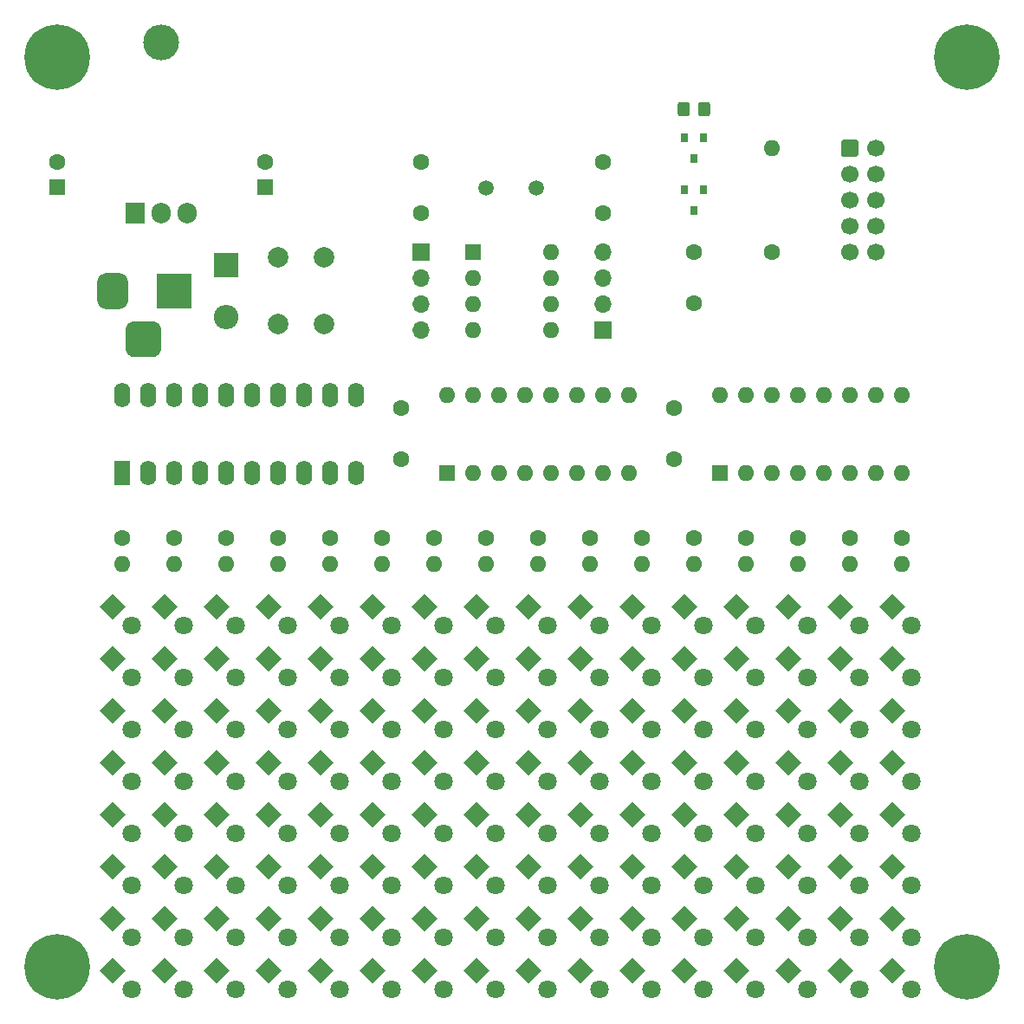
<source format=gbs>
G04 #@! TF.GenerationSoftware,KiCad,Pcbnew,(5.1.9)-1*
G04 #@! TF.CreationDate,2021-04-11T14:42:06+02:00*
G04 #@! TF.ProjectId,at90s2323,61743930-7332-4333-9233-2e6b69636164,V1.0*
G04 #@! TF.SameCoordinates,Original*
G04 #@! TF.FileFunction,Soldermask,Bot*
G04 #@! TF.FilePolarity,Negative*
%FSLAX46Y46*%
G04 Gerber Fmt 4.6, Leading zero omitted, Abs format (unit mm)*
G04 Created by KiCad (PCBNEW (5.1.9)-1) date 2021-04-11 14:42:06*
%MOMM*%
%LPD*%
G01*
G04 APERTURE LIST*
%ADD10R,0.800000X0.900000*%
%ADD11C,1.800000*%
%ADD12C,0.100000*%
%ADD13O,1.600000X1.600000*%
%ADD14C,1.600000*%
%ADD15O,2.400000X2.400000*%
%ADD16R,2.400000X2.400000*%
%ADD17O,1.600000X2.400000*%
%ADD18R,1.600000X2.400000*%
%ADD19R,1.600000X1.600000*%
%ADD20O,1.700000X1.700000*%
%ADD21R,1.700000X1.700000*%
%ADD22C,2.000000*%
%ADD23C,0.800000*%
%ADD24C,6.400000*%
%ADD25C,1.500000*%
%ADD26O,1.905000X2.000000*%
%ADD27R,1.905000X2.000000*%
%ADD28O,3.500000X3.500000*%
%ADD29R,3.500000X3.500000*%
%ADD30C,1.700000*%
G04 APERTURE END LIST*
D10*
X17780000Y29480000D03*
X18730000Y31480000D03*
X16830000Y31480000D03*
G36*
G01*
X17380000Y39820001D02*
X17380000Y38919999D01*
G75*
G02*
X17130001Y38670000I-249999J0D01*
G01*
X16429999Y38670000D01*
G75*
G02*
X16180000Y38919999I0J249999D01*
G01*
X16180000Y39820001D01*
G75*
G02*
X16429999Y40070000I249999J0D01*
G01*
X17130001Y40070000D01*
G75*
G02*
X17380000Y39820001I0J-249999D01*
G01*
G37*
G36*
G01*
X19380000Y39820001D02*
X19380000Y38919999D01*
G75*
G02*
X19130001Y38670000I-249999J0D01*
G01*
X18429999Y38670000D01*
G75*
G02*
X18180000Y38919999I0J249999D01*
G01*
X18180000Y39820001D01*
G75*
G02*
X18429999Y40070000I249999J0D01*
G01*
X19130001Y40070000D01*
G75*
G02*
X19380000Y39820001I0J-249999D01*
G01*
G37*
X17780000Y34560000D03*
X18730000Y36560000D03*
X16830000Y36560000D03*
D11*
X38998026Y-46618026D03*
D12*
G36*
X35929182Y-44821974D02*
G01*
X37201974Y-43549182D01*
X38474766Y-44821974D01*
X37201974Y-46094766D01*
X35929182Y-44821974D01*
G37*
D11*
X33918026Y-46618026D03*
D12*
G36*
X30849182Y-44821974D02*
G01*
X32121974Y-43549182D01*
X33394766Y-44821974D01*
X32121974Y-46094766D01*
X30849182Y-44821974D01*
G37*
D11*
X28838026Y-46618026D03*
D12*
G36*
X25769182Y-44821974D02*
G01*
X27041974Y-43549182D01*
X28314766Y-44821974D01*
X27041974Y-46094766D01*
X25769182Y-44821974D01*
G37*
D11*
X23758026Y-46618026D03*
D12*
G36*
X20689182Y-44821974D02*
G01*
X21961974Y-43549182D01*
X23234766Y-44821974D01*
X21961974Y-46094766D01*
X20689182Y-44821974D01*
G37*
D11*
X18678026Y-46618026D03*
D12*
G36*
X15609182Y-44821974D02*
G01*
X16881974Y-43549182D01*
X18154766Y-44821974D01*
X16881974Y-46094766D01*
X15609182Y-44821974D01*
G37*
D11*
X13598026Y-46618026D03*
D12*
G36*
X10529182Y-44821974D02*
G01*
X11801974Y-43549182D01*
X13074766Y-44821974D01*
X11801974Y-46094766D01*
X10529182Y-44821974D01*
G37*
D11*
X8518026Y-46618026D03*
D12*
G36*
X5449182Y-44821974D02*
G01*
X6721974Y-43549182D01*
X7994766Y-44821974D01*
X6721974Y-46094766D01*
X5449182Y-44821974D01*
G37*
D11*
X3438026Y-46618026D03*
D12*
G36*
X369182Y-44821974D02*
G01*
X1641974Y-43549182D01*
X2914766Y-44821974D01*
X1641974Y-46094766D01*
X369182Y-44821974D01*
G37*
D11*
X-1641974Y-46618026D03*
D12*
G36*
X-4710818Y-44821974D02*
G01*
X-3438026Y-43549182D01*
X-2165234Y-44821974D01*
X-3438026Y-46094766D01*
X-4710818Y-44821974D01*
G37*
D11*
X-6721974Y-46618026D03*
D12*
G36*
X-9790818Y-44821974D02*
G01*
X-8518026Y-43549182D01*
X-7245234Y-44821974D01*
X-8518026Y-46094766D01*
X-9790818Y-44821974D01*
G37*
D11*
X-11801974Y-46618026D03*
D12*
G36*
X-14870818Y-44821974D02*
G01*
X-13598026Y-43549182D01*
X-12325234Y-44821974D01*
X-13598026Y-46094766D01*
X-14870818Y-44821974D01*
G37*
D11*
X-16881974Y-46618026D03*
D12*
G36*
X-19950818Y-44821974D02*
G01*
X-18678026Y-43549182D01*
X-17405234Y-44821974D01*
X-18678026Y-46094766D01*
X-19950818Y-44821974D01*
G37*
D11*
X-21961974Y-46618026D03*
D12*
G36*
X-25030818Y-44821974D02*
G01*
X-23758026Y-43549182D01*
X-22485234Y-44821974D01*
X-23758026Y-46094766D01*
X-25030818Y-44821974D01*
G37*
D11*
X-27041974Y-46618026D03*
D12*
G36*
X-30110818Y-44821974D02*
G01*
X-28838026Y-43549182D01*
X-27565234Y-44821974D01*
X-28838026Y-46094766D01*
X-30110818Y-44821974D01*
G37*
D11*
X-32121974Y-46618026D03*
D12*
G36*
X-35190818Y-44821974D02*
G01*
X-33918026Y-43549182D01*
X-32645234Y-44821974D01*
X-33918026Y-46094766D01*
X-35190818Y-44821974D01*
G37*
D11*
X-37201974Y-46618026D03*
D12*
G36*
X-40270818Y-44821974D02*
G01*
X-38998026Y-43549182D01*
X-37725234Y-44821974D01*
X-38998026Y-46094766D01*
X-40270818Y-44821974D01*
G37*
D11*
X38998026Y-41538026D03*
D12*
G36*
X35929182Y-39741974D02*
G01*
X37201974Y-38469182D01*
X38474766Y-39741974D01*
X37201974Y-41014766D01*
X35929182Y-39741974D01*
G37*
D11*
X33918026Y-41538026D03*
D12*
G36*
X30849182Y-39741974D02*
G01*
X32121974Y-38469182D01*
X33394766Y-39741974D01*
X32121974Y-41014766D01*
X30849182Y-39741974D01*
G37*
D11*
X28838026Y-41538026D03*
D12*
G36*
X25769182Y-39741974D02*
G01*
X27041974Y-38469182D01*
X28314766Y-39741974D01*
X27041974Y-41014766D01*
X25769182Y-39741974D01*
G37*
D11*
X23758026Y-41538026D03*
D12*
G36*
X20689182Y-39741974D02*
G01*
X21961974Y-38469182D01*
X23234766Y-39741974D01*
X21961974Y-41014766D01*
X20689182Y-39741974D01*
G37*
D11*
X18678026Y-41538026D03*
D12*
G36*
X15609182Y-39741974D02*
G01*
X16881974Y-38469182D01*
X18154766Y-39741974D01*
X16881974Y-41014766D01*
X15609182Y-39741974D01*
G37*
D11*
X13598026Y-41538026D03*
D12*
G36*
X10529182Y-39741974D02*
G01*
X11801974Y-38469182D01*
X13074766Y-39741974D01*
X11801974Y-41014766D01*
X10529182Y-39741974D01*
G37*
D11*
X8518026Y-41538026D03*
D12*
G36*
X5449182Y-39741974D02*
G01*
X6721974Y-38469182D01*
X7994766Y-39741974D01*
X6721974Y-41014766D01*
X5449182Y-39741974D01*
G37*
D11*
X3438026Y-41538026D03*
D12*
G36*
X369182Y-39741974D02*
G01*
X1641974Y-38469182D01*
X2914766Y-39741974D01*
X1641974Y-41014766D01*
X369182Y-39741974D01*
G37*
D11*
X-1641974Y-41538026D03*
D12*
G36*
X-4710818Y-39741974D02*
G01*
X-3438026Y-38469182D01*
X-2165234Y-39741974D01*
X-3438026Y-41014766D01*
X-4710818Y-39741974D01*
G37*
D11*
X-6721974Y-41538026D03*
D12*
G36*
X-9790818Y-39741974D02*
G01*
X-8518026Y-38469182D01*
X-7245234Y-39741974D01*
X-8518026Y-41014766D01*
X-9790818Y-39741974D01*
G37*
D11*
X-11801974Y-41538026D03*
D12*
G36*
X-14870818Y-39741974D02*
G01*
X-13598026Y-38469182D01*
X-12325234Y-39741974D01*
X-13598026Y-41014766D01*
X-14870818Y-39741974D01*
G37*
D11*
X-16881974Y-41538026D03*
D12*
G36*
X-19950818Y-39741974D02*
G01*
X-18678026Y-38469182D01*
X-17405234Y-39741974D01*
X-18678026Y-41014766D01*
X-19950818Y-39741974D01*
G37*
D11*
X-21961974Y-41538026D03*
D12*
G36*
X-25030818Y-39741974D02*
G01*
X-23758026Y-38469182D01*
X-22485234Y-39741974D01*
X-23758026Y-41014766D01*
X-25030818Y-39741974D01*
G37*
D11*
X-27041974Y-41538026D03*
D12*
G36*
X-30110818Y-39741974D02*
G01*
X-28838026Y-38469182D01*
X-27565234Y-39741974D01*
X-28838026Y-41014766D01*
X-30110818Y-39741974D01*
G37*
D11*
X-32121974Y-41538026D03*
D12*
G36*
X-35190818Y-39741974D02*
G01*
X-33918026Y-38469182D01*
X-32645234Y-39741974D01*
X-33918026Y-41014766D01*
X-35190818Y-39741974D01*
G37*
D11*
X-37201974Y-41538026D03*
D12*
G36*
X-40270818Y-39741974D02*
G01*
X-38998026Y-38469182D01*
X-37725234Y-39741974D01*
X-38998026Y-41014766D01*
X-40270818Y-39741974D01*
G37*
D11*
X38998026Y-36458026D03*
D12*
G36*
X35929182Y-34661974D02*
G01*
X37201974Y-33389182D01*
X38474766Y-34661974D01*
X37201974Y-35934766D01*
X35929182Y-34661974D01*
G37*
D11*
X33918026Y-36458026D03*
D12*
G36*
X30849182Y-34661974D02*
G01*
X32121974Y-33389182D01*
X33394766Y-34661974D01*
X32121974Y-35934766D01*
X30849182Y-34661974D01*
G37*
D11*
X28838026Y-36458026D03*
D12*
G36*
X25769182Y-34661974D02*
G01*
X27041974Y-33389182D01*
X28314766Y-34661974D01*
X27041974Y-35934766D01*
X25769182Y-34661974D01*
G37*
D11*
X23758026Y-36458026D03*
D12*
G36*
X20689182Y-34661974D02*
G01*
X21961974Y-33389182D01*
X23234766Y-34661974D01*
X21961974Y-35934766D01*
X20689182Y-34661974D01*
G37*
D11*
X18678026Y-36458026D03*
D12*
G36*
X15609182Y-34661974D02*
G01*
X16881974Y-33389182D01*
X18154766Y-34661974D01*
X16881974Y-35934766D01*
X15609182Y-34661974D01*
G37*
D11*
X13598026Y-36458026D03*
D12*
G36*
X10529182Y-34661974D02*
G01*
X11801974Y-33389182D01*
X13074766Y-34661974D01*
X11801974Y-35934766D01*
X10529182Y-34661974D01*
G37*
D11*
X8518026Y-36458026D03*
D12*
G36*
X5449182Y-34661974D02*
G01*
X6721974Y-33389182D01*
X7994766Y-34661974D01*
X6721974Y-35934766D01*
X5449182Y-34661974D01*
G37*
D11*
X3438026Y-36458026D03*
D12*
G36*
X369182Y-34661974D02*
G01*
X1641974Y-33389182D01*
X2914766Y-34661974D01*
X1641974Y-35934766D01*
X369182Y-34661974D01*
G37*
D11*
X-1641974Y-36458026D03*
D12*
G36*
X-4710818Y-34661974D02*
G01*
X-3438026Y-33389182D01*
X-2165234Y-34661974D01*
X-3438026Y-35934766D01*
X-4710818Y-34661974D01*
G37*
D11*
X-6721974Y-36458026D03*
D12*
G36*
X-9790818Y-34661974D02*
G01*
X-8518026Y-33389182D01*
X-7245234Y-34661974D01*
X-8518026Y-35934766D01*
X-9790818Y-34661974D01*
G37*
D11*
X-11801974Y-36458026D03*
D12*
G36*
X-14870818Y-34661974D02*
G01*
X-13598026Y-33389182D01*
X-12325234Y-34661974D01*
X-13598026Y-35934766D01*
X-14870818Y-34661974D01*
G37*
D11*
X-16881974Y-36458026D03*
D12*
G36*
X-19950818Y-34661974D02*
G01*
X-18678026Y-33389182D01*
X-17405234Y-34661974D01*
X-18678026Y-35934766D01*
X-19950818Y-34661974D01*
G37*
D11*
X-21961974Y-36458026D03*
D12*
G36*
X-25030818Y-34661974D02*
G01*
X-23758026Y-33389182D01*
X-22485234Y-34661974D01*
X-23758026Y-35934766D01*
X-25030818Y-34661974D01*
G37*
D11*
X-27041974Y-36458026D03*
D12*
G36*
X-30110818Y-34661974D02*
G01*
X-28838026Y-33389182D01*
X-27565234Y-34661974D01*
X-28838026Y-35934766D01*
X-30110818Y-34661974D01*
G37*
D11*
X-32121974Y-36458026D03*
D12*
G36*
X-35190818Y-34661974D02*
G01*
X-33918026Y-33389182D01*
X-32645234Y-34661974D01*
X-33918026Y-35934766D01*
X-35190818Y-34661974D01*
G37*
D11*
X-37201974Y-36458026D03*
D12*
G36*
X-40270818Y-34661974D02*
G01*
X-38998026Y-33389182D01*
X-37725234Y-34661974D01*
X-38998026Y-35934766D01*
X-40270818Y-34661974D01*
G37*
D11*
X38998026Y-31378026D03*
D12*
G36*
X35929182Y-29581974D02*
G01*
X37201974Y-28309182D01*
X38474766Y-29581974D01*
X37201974Y-30854766D01*
X35929182Y-29581974D01*
G37*
D11*
X33918026Y-31378026D03*
D12*
G36*
X30849182Y-29581974D02*
G01*
X32121974Y-28309182D01*
X33394766Y-29581974D01*
X32121974Y-30854766D01*
X30849182Y-29581974D01*
G37*
D11*
X28838026Y-31378026D03*
D12*
G36*
X25769182Y-29581974D02*
G01*
X27041974Y-28309182D01*
X28314766Y-29581974D01*
X27041974Y-30854766D01*
X25769182Y-29581974D01*
G37*
D11*
X23758026Y-31378026D03*
D12*
G36*
X20689182Y-29581974D02*
G01*
X21961974Y-28309182D01*
X23234766Y-29581974D01*
X21961974Y-30854766D01*
X20689182Y-29581974D01*
G37*
D11*
X18678026Y-31378026D03*
D12*
G36*
X15609182Y-29581974D02*
G01*
X16881974Y-28309182D01*
X18154766Y-29581974D01*
X16881974Y-30854766D01*
X15609182Y-29581974D01*
G37*
D11*
X13598026Y-31378026D03*
D12*
G36*
X10529182Y-29581974D02*
G01*
X11801974Y-28309182D01*
X13074766Y-29581974D01*
X11801974Y-30854766D01*
X10529182Y-29581974D01*
G37*
D11*
X8518026Y-31378026D03*
D12*
G36*
X5449182Y-29581974D02*
G01*
X6721974Y-28309182D01*
X7994766Y-29581974D01*
X6721974Y-30854766D01*
X5449182Y-29581974D01*
G37*
D11*
X3438026Y-31378026D03*
D12*
G36*
X369182Y-29581974D02*
G01*
X1641974Y-28309182D01*
X2914766Y-29581974D01*
X1641974Y-30854766D01*
X369182Y-29581974D01*
G37*
D11*
X-1641974Y-31378026D03*
D12*
G36*
X-4710818Y-29581974D02*
G01*
X-3438026Y-28309182D01*
X-2165234Y-29581974D01*
X-3438026Y-30854766D01*
X-4710818Y-29581974D01*
G37*
D11*
X-6721974Y-31378026D03*
D12*
G36*
X-9790818Y-29581974D02*
G01*
X-8518026Y-28309182D01*
X-7245234Y-29581974D01*
X-8518026Y-30854766D01*
X-9790818Y-29581974D01*
G37*
D11*
X-11801974Y-31378026D03*
D12*
G36*
X-14870818Y-29581974D02*
G01*
X-13598026Y-28309182D01*
X-12325234Y-29581974D01*
X-13598026Y-30854766D01*
X-14870818Y-29581974D01*
G37*
D11*
X-16881974Y-31378026D03*
D12*
G36*
X-19950818Y-29581974D02*
G01*
X-18678026Y-28309182D01*
X-17405234Y-29581974D01*
X-18678026Y-30854766D01*
X-19950818Y-29581974D01*
G37*
D11*
X-21961974Y-31378026D03*
D12*
G36*
X-25030818Y-29581974D02*
G01*
X-23758026Y-28309182D01*
X-22485234Y-29581974D01*
X-23758026Y-30854766D01*
X-25030818Y-29581974D01*
G37*
D11*
X-27041974Y-31378026D03*
D12*
G36*
X-30110818Y-29581974D02*
G01*
X-28838026Y-28309182D01*
X-27565234Y-29581974D01*
X-28838026Y-30854766D01*
X-30110818Y-29581974D01*
G37*
D11*
X-32121974Y-31378026D03*
D12*
G36*
X-35190818Y-29581974D02*
G01*
X-33918026Y-28309182D01*
X-32645234Y-29581974D01*
X-33918026Y-30854766D01*
X-35190818Y-29581974D01*
G37*
D11*
X-37201974Y-31378026D03*
D12*
G36*
X-40270818Y-29581974D02*
G01*
X-38998026Y-28309182D01*
X-37725234Y-29581974D01*
X-38998026Y-30854766D01*
X-40270818Y-29581974D01*
G37*
D11*
X38998026Y-26298026D03*
D12*
G36*
X35929182Y-24501974D02*
G01*
X37201974Y-23229182D01*
X38474766Y-24501974D01*
X37201974Y-25774766D01*
X35929182Y-24501974D01*
G37*
D11*
X33918026Y-26298026D03*
D12*
G36*
X30849182Y-24501974D02*
G01*
X32121974Y-23229182D01*
X33394766Y-24501974D01*
X32121974Y-25774766D01*
X30849182Y-24501974D01*
G37*
D11*
X28838026Y-26298026D03*
D12*
G36*
X25769182Y-24501974D02*
G01*
X27041974Y-23229182D01*
X28314766Y-24501974D01*
X27041974Y-25774766D01*
X25769182Y-24501974D01*
G37*
D11*
X23758026Y-26298026D03*
D12*
G36*
X20689182Y-24501974D02*
G01*
X21961974Y-23229182D01*
X23234766Y-24501974D01*
X21961974Y-25774766D01*
X20689182Y-24501974D01*
G37*
D11*
X18678026Y-26298026D03*
D12*
G36*
X15609182Y-24501974D02*
G01*
X16881974Y-23229182D01*
X18154766Y-24501974D01*
X16881974Y-25774766D01*
X15609182Y-24501974D01*
G37*
D11*
X13598026Y-26298026D03*
D12*
G36*
X10529182Y-24501974D02*
G01*
X11801974Y-23229182D01*
X13074766Y-24501974D01*
X11801974Y-25774766D01*
X10529182Y-24501974D01*
G37*
D11*
X8518026Y-26298026D03*
D12*
G36*
X5449182Y-24501974D02*
G01*
X6721974Y-23229182D01*
X7994766Y-24501974D01*
X6721974Y-25774766D01*
X5449182Y-24501974D01*
G37*
D11*
X3438026Y-26298026D03*
D12*
G36*
X369182Y-24501974D02*
G01*
X1641974Y-23229182D01*
X2914766Y-24501974D01*
X1641974Y-25774766D01*
X369182Y-24501974D01*
G37*
D11*
X-1641974Y-26298026D03*
D12*
G36*
X-4710818Y-24501974D02*
G01*
X-3438026Y-23229182D01*
X-2165234Y-24501974D01*
X-3438026Y-25774766D01*
X-4710818Y-24501974D01*
G37*
D11*
X-6721974Y-26298026D03*
D12*
G36*
X-9790818Y-24501974D02*
G01*
X-8518026Y-23229182D01*
X-7245234Y-24501974D01*
X-8518026Y-25774766D01*
X-9790818Y-24501974D01*
G37*
D11*
X-11801974Y-26298026D03*
D12*
G36*
X-14870818Y-24501974D02*
G01*
X-13598026Y-23229182D01*
X-12325234Y-24501974D01*
X-13598026Y-25774766D01*
X-14870818Y-24501974D01*
G37*
D11*
X-16881974Y-26298026D03*
D12*
G36*
X-19950818Y-24501974D02*
G01*
X-18678026Y-23229182D01*
X-17405234Y-24501974D01*
X-18678026Y-25774766D01*
X-19950818Y-24501974D01*
G37*
D11*
X-21961974Y-26298026D03*
D12*
G36*
X-25030818Y-24501974D02*
G01*
X-23758026Y-23229182D01*
X-22485234Y-24501974D01*
X-23758026Y-25774766D01*
X-25030818Y-24501974D01*
G37*
D11*
X-27041974Y-26298026D03*
D12*
G36*
X-30110818Y-24501974D02*
G01*
X-28838026Y-23229182D01*
X-27565234Y-24501974D01*
X-28838026Y-25774766D01*
X-30110818Y-24501974D01*
G37*
D11*
X-32121974Y-26298026D03*
D12*
G36*
X-35190818Y-24501974D02*
G01*
X-33918026Y-23229182D01*
X-32645234Y-24501974D01*
X-33918026Y-25774766D01*
X-35190818Y-24501974D01*
G37*
D11*
X-37201974Y-26298026D03*
D12*
G36*
X-40270818Y-24501974D02*
G01*
X-38998026Y-23229182D01*
X-37725234Y-24501974D01*
X-38998026Y-25774766D01*
X-40270818Y-24501974D01*
G37*
D11*
X38998026Y-21218026D03*
D12*
G36*
X35929182Y-19421974D02*
G01*
X37201974Y-18149182D01*
X38474766Y-19421974D01*
X37201974Y-20694766D01*
X35929182Y-19421974D01*
G37*
D11*
X33918026Y-21218026D03*
D12*
G36*
X30849182Y-19421974D02*
G01*
X32121974Y-18149182D01*
X33394766Y-19421974D01*
X32121974Y-20694766D01*
X30849182Y-19421974D01*
G37*
D11*
X28838026Y-21218026D03*
D12*
G36*
X25769182Y-19421974D02*
G01*
X27041974Y-18149182D01*
X28314766Y-19421974D01*
X27041974Y-20694766D01*
X25769182Y-19421974D01*
G37*
D11*
X23758026Y-21218026D03*
D12*
G36*
X20689182Y-19421974D02*
G01*
X21961974Y-18149182D01*
X23234766Y-19421974D01*
X21961974Y-20694766D01*
X20689182Y-19421974D01*
G37*
D11*
X18678026Y-21218026D03*
D12*
G36*
X15609182Y-19421974D02*
G01*
X16881974Y-18149182D01*
X18154766Y-19421974D01*
X16881974Y-20694766D01*
X15609182Y-19421974D01*
G37*
D11*
X13598026Y-21218026D03*
D12*
G36*
X10529182Y-19421974D02*
G01*
X11801974Y-18149182D01*
X13074766Y-19421974D01*
X11801974Y-20694766D01*
X10529182Y-19421974D01*
G37*
D11*
X8518026Y-21218026D03*
D12*
G36*
X5449182Y-19421974D02*
G01*
X6721974Y-18149182D01*
X7994766Y-19421974D01*
X6721974Y-20694766D01*
X5449182Y-19421974D01*
G37*
D11*
X3438026Y-21218026D03*
D12*
G36*
X369182Y-19421974D02*
G01*
X1641974Y-18149182D01*
X2914766Y-19421974D01*
X1641974Y-20694766D01*
X369182Y-19421974D01*
G37*
D11*
X-1641974Y-21218026D03*
D12*
G36*
X-4710818Y-19421974D02*
G01*
X-3438026Y-18149182D01*
X-2165234Y-19421974D01*
X-3438026Y-20694766D01*
X-4710818Y-19421974D01*
G37*
D11*
X-6721974Y-21218026D03*
D12*
G36*
X-9790818Y-19421974D02*
G01*
X-8518026Y-18149182D01*
X-7245234Y-19421974D01*
X-8518026Y-20694766D01*
X-9790818Y-19421974D01*
G37*
D11*
X-11801974Y-21218026D03*
D12*
G36*
X-14870818Y-19421974D02*
G01*
X-13598026Y-18149182D01*
X-12325234Y-19421974D01*
X-13598026Y-20694766D01*
X-14870818Y-19421974D01*
G37*
D11*
X-16881974Y-21218026D03*
D12*
G36*
X-19950818Y-19421974D02*
G01*
X-18678026Y-18149182D01*
X-17405234Y-19421974D01*
X-18678026Y-20694766D01*
X-19950818Y-19421974D01*
G37*
D11*
X-21961974Y-21218026D03*
D12*
G36*
X-25030818Y-19421974D02*
G01*
X-23758026Y-18149182D01*
X-22485234Y-19421974D01*
X-23758026Y-20694766D01*
X-25030818Y-19421974D01*
G37*
D11*
X-27041974Y-21218026D03*
D12*
G36*
X-30110818Y-19421974D02*
G01*
X-28838026Y-18149182D01*
X-27565234Y-19421974D01*
X-28838026Y-20694766D01*
X-30110818Y-19421974D01*
G37*
D11*
X-32121974Y-21218026D03*
D12*
G36*
X-35190818Y-19421974D02*
G01*
X-33918026Y-18149182D01*
X-32645234Y-19421974D01*
X-33918026Y-20694766D01*
X-35190818Y-19421974D01*
G37*
D11*
X-37201974Y-21218026D03*
D12*
G36*
X-40270818Y-19421974D02*
G01*
X-38998026Y-18149182D01*
X-37725234Y-19421974D01*
X-38998026Y-20694766D01*
X-40270818Y-19421974D01*
G37*
D11*
X38998026Y-16138026D03*
D12*
G36*
X35929182Y-14341974D02*
G01*
X37201974Y-13069182D01*
X38474766Y-14341974D01*
X37201974Y-15614766D01*
X35929182Y-14341974D01*
G37*
D11*
X33918026Y-16138026D03*
D12*
G36*
X30849182Y-14341974D02*
G01*
X32121974Y-13069182D01*
X33394766Y-14341974D01*
X32121974Y-15614766D01*
X30849182Y-14341974D01*
G37*
D11*
X28838026Y-16138026D03*
D12*
G36*
X25769182Y-14341974D02*
G01*
X27041974Y-13069182D01*
X28314766Y-14341974D01*
X27041974Y-15614766D01*
X25769182Y-14341974D01*
G37*
D11*
X23758026Y-16138026D03*
D12*
G36*
X20689182Y-14341974D02*
G01*
X21961974Y-13069182D01*
X23234766Y-14341974D01*
X21961974Y-15614766D01*
X20689182Y-14341974D01*
G37*
D11*
X18678026Y-16138026D03*
D12*
G36*
X15609182Y-14341974D02*
G01*
X16881974Y-13069182D01*
X18154766Y-14341974D01*
X16881974Y-15614766D01*
X15609182Y-14341974D01*
G37*
D11*
X13598026Y-16138026D03*
D12*
G36*
X10529182Y-14341974D02*
G01*
X11801974Y-13069182D01*
X13074766Y-14341974D01*
X11801974Y-15614766D01*
X10529182Y-14341974D01*
G37*
D11*
X8518026Y-16138026D03*
D12*
G36*
X5449182Y-14341974D02*
G01*
X6721974Y-13069182D01*
X7994766Y-14341974D01*
X6721974Y-15614766D01*
X5449182Y-14341974D01*
G37*
D11*
X3438026Y-16138026D03*
D12*
G36*
X369182Y-14341974D02*
G01*
X1641974Y-13069182D01*
X2914766Y-14341974D01*
X1641974Y-15614766D01*
X369182Y-14341974D01*
G37*
D11*
X-1641974Y-16138026D03*
D12*
G36*
X-4710818Y-14341974D02*
G01*
X-3438026Y-13069182D01*
X-2165234Y-14341974D01*
X-3438026Y-15614766D01*
X-4710818Y-14341974D01*
G37*
D11*
X-6721974Y-16138026D03*
D12*
G36*
X-9790818Y-14341974D02*
G01*
X-8518026Y-13069182D01*
X-7245234Y-14341974D01*
X-8518026Y-15614766D01*
X-9790818Y-14341974D01*
G37*
D11*
X-11801974Y-16138026D03*
D12*
G36*
X-14870818Y-14341974D02*
G01*
X-13598026Y-13069182D01*
X-12325234Y-14341974D01*
X-13598026Y-15614766D01*
X-14870818Y-14341974D01*
G37*
D11*
X-16881974Y-16138026D03*
D12*
G36*
X-19950818Y-14341974D02*
G01*
X-18678026Y-13069182D01*
X-17405234Y-14341974D01*
X-18678026Y-15614766D01*
X-19950818Y-14341974D01*
G37*
D11*
X-21961974Y-16138026D03*
D12*
G36*
X-25030818Y-14341974D02*
G01*
X-23758026Y-13069182D01*
X-22485234Y-14341974D01*
X-23758026Y-15614766D01*
X-25030818Y-14341974D01*
G37*
D11*
X-27041974Y-16138026D03*
D12*
G36*
X-30110818Y-14341974D02*
G01*
X-28838026Y-13069182D01*
X-27565234Y-14341974D01*
X-28838026Y-15614766D01*
X-30110818Y-14341974D01*
G37*
D11*
X-32121974Y-16138026D03*
D12*
G36*
X-35190818Y-14341974D02*
G01*
X-33918026Y-13069182D01*
X-32645234Y-14341974D01*
X-33918026Y-15614766D01*
X-35190818Y-14341974D01*
G37*
D11*
X-37201974Y-16138026D03*
D12*
G36*
X-40270818Y-14341974D02*
G01*
X-38998026Y-13069182D01*
X-37725234Y-14341974D01*
X-38998026Y-15614766D01*
X-40270818Y-14341974D01*
G37*
D11*
X38998026Y-11058026D03*
D12*
G36*
X35929182Y-9261974D02*
G01*
X37201974Y-7989182D01*
X38474766Y-9261974D01*
X37201974Y-10534766D01*
X35929182Y-9261974D01*
G37*
D11*
X33918026Y-11058026D03*
D12*
G36*
X30849182Y-9261974D02*
G01*
X32121974Y-7989182D01*
X33394766Y-9261974D01*
X32121974Y-10534766D01*
X30849182Y-9261974D01*
G37*
D11*
X28838026Y-11058026D03*
D12*
G36*
X25769182Y-9261974D02*
G01*
X27041974Y-7989182D01*
X28314766Y-9261974D01*
X27041974Y-10534766D01*
X25769182Y-9261974D01*
G37*
D11*
X23758026Y-11058026D03*
D12*
G36*
X20689182Y-9261974D02*
G01*
X21961974Y-7989182D01*
X23234766Y-9261974D01*
X21961974Y-10534766D01*
X20689182Y-9261974D01*
G37*
D11*
X18678026Y-11058026D03*
D12*
G36*
X15609182Y-9261974D02*
G01*
X16881974Y-7989182D01*
X18154766Y-9261974D01*
X16881974Y-10534766D01*
X15609182Y-9261974D01*
G37*
D11*
X13598026Y-11058026D03*
D12*
G36*
X10529182Y-9261974D02*
G01*
X11801974Y-7989182D01*
X13074766Y-9261974D01*
X11801974Y-10534766D01*
X10529182Y-9261974D01*
G37*
D11*
X8518026Y-11058026D03*
D12*
G36*
X5449182Y-9261974D02*
G01*
X6721974Y-7989182D01*
X7994766Y-9261974D01*
X6721974Y-10534766D01*
X5449182Y-9261974D01*
G37*
D11*
X3438026Y-11058026D03*
D12*
G36*
X369182Y-9261974D02*
G01*
X1641974Y-7989182D01*
X2914766Y-9261974D01*
X1641974Y-10534766D01*
X369182Y-9261974D01*
G37*
D11*
X-1641974Y-11058026D03*
D12*
G36*
X-4710818Y-9261974D02*
G01*
X-3438026Y-7989182D01*
X-2165234Y-9261974D01*
X-3438026Y-10534766D01*
X-4710818Y-9261974D01*
G37*
D11*
X-6721974Y-11058026D03*
D12*
G36*
X-9790818Y-9261974D02*
G01*
X-8518026Y-7989182D01*
X-7245234Y-9261974D01*
X-8518026Y-10534766D01*
X-9790818Y-9261974D01*
G37*
D11*
X-11801974Y-11058026D03*
D12*
G36*
X-14870818Y-9261974D02*
G01*
X-13598026Y-7989182D01*
X-12325234Y-9261974D01*
X-13598026Y-10534766D01*
X-14870818Y-9261974D01*
G37*
D11*
X-16881974Y-11058026D03*
D12*
G36*
X-19950818Y-9261974D02*
G01*
X-18678026Y-7989182D01*
X-17405234Y-9261974D01*
X-18678026Y-10534766D01*
X-19950818Y-9261974D01*
G37*
D11*
X-21961974Y-11058026D03*
D12*
G36*
X-25030818Y-9261974D02*
G01*
X-23758026Y-7989182D01*
X-22485234Y-9261974D01*
X-23758026Y-10534766D01*
X-25030818Y-9261974D01*
G37*
D11*
X-27041974Y-11058026D03*
D12*
G36*
X-30110818Y-9261974D02*
G01*
X-28838026Y-7989182D01*
X-27565234Y-9261974D01*
X-28838026Y-10534766D01*
X-30110818Y-9261974D01*
G37*
D11*
X-32121974Y-11058026D03*
D12*
G36*
X-35190818Y-9261974D02*
G01*
X-33918026Y-7989182D01*
X-32645234Y-9261974D01*
X-33918026Y-10534766D01*
X-35190818Y-9261974D01*
G37*
D11*
X-37201974Y-11058026D03*
D12*
G36*
X-40270818Y-9261974D02*
G01*
X-38998026Y-7989182D01*
X-37725234Y-9261974D01*
X-38998026Y-10534766D01*
X-40270818Y-9261974D01*
G37*
D13*
X38100000Y-5080000D03*
D14*
X38100000Y-2540000D03*
D13*
X33020000Y-5080000D03*
D14*
X33020000Y-2540000D03*
D13*
X27940000Y-5080000D03*
D14*
X27940000Y-2540000D03*
D13*
X22860000Y-5080000D03*
D14*
X22860000Y-2540000D03*
D13*
X17780000Y-5080000D03*
D14*
X17780000Y-2540000D03*
D13*
X12700000Y-5080000D03*
D14*
X12700000Y-2540000D03*
D13*
X7620000Y-5080000D03*
D14*
X7620000Y-2540000D03*
D13*
X2540000Y-5080000D03*
D14*
X2540000Y-2540000D03*
D13*
X-2540000Y-5080000D03*
D14*
X-2540000Y-2540000D03*
D13*
X-7620000Y-5080000D03*
D14*
X-7620000Y-2540000D03*
D13*
X-12700000Y-5080000D03*
D14*
X-12700000Y-2540000D03*
D13*
X-17780000Y-5080000D03*
D14*
X-17780000Y-2540000D03*
D13*
X-22860000Y-5080000D03*
D14*
X-22860000Y-2540000D03*
D13*
X-27940000Y-5080000D03*
D14*
X-27940000Y-2540000D03*
D13*
X-33020000Y-5080000D03*
D14*
X-33020000Y-2540000D03*
D13*
X-38100000Y-5080000D03*
D14*
X-38100000Y-2540000D03*
D15*
X-27940000Y19050000D03*
D16*
X-27940000Y24130000D03*
D14*
X-10795000Y5160000D03*
X-10795000Y10160000D03*
X15875000Y5160000D03*
X15875000Y10160000D03*
D17*
X-38100000Y11430000D03*
X-15240000Y3810000D03*
X-35560000Y11430000D03*
X-17780000Y3810000D03*
X-33020000Y11430000D03*
X-20320000Y3810000D03*
X-30480000Y11430000D03*
X-22860000Y3810000D03*
X-27940000Y11430000D03*
X-25400000Y3810000D03*
X-25400000Y11430000D03*
X-27940000Y3810000D03*
X-22860000Y11430000D03*
X-30480000Y3810000D03*
X-20320000Y11430000D03*
X-33020000Y3810000D03*
X-17780000Y11430000D03*
X-35560000Y3810000D03*
X-15240000Y11430000D03*
D18*
X-38100000Y3810000D03*
D13*
X20320000Y11430000D03*
X38100000Y3810000D03*
X22860000Y11430000D03*
X35560000Y3810000D03*
X25400000Y11430000D03*
X33020000Y3810000D03*
X27940000Y11430000D03*
X30480000Y3810000D03*
X30480000Y11430000D03*
X27940000Y3810000D03*
X33020000Y11430000D03*
X25400000Y3810000D03*
X35560000Y11430000D03*
X22860000Y3810000D03*
X38100000Y11430000D03*
D19*
X20320000Y3810000D03*
D13*
X-6350000Y11430000D03*
X11430000Y3810000D03*
X-3810000Y11430000D03*
X8890000Y3810000D03*
X-1270000Y11430000D03*
X6350000Y3810000D03*
X1270000Y11430000D03*
X3810000Y3810000D03*
X3810000Y11430000D03*
X1270000Y3810000D03*
X6350000Y11430000D03*
X-1270000Y3810000D03*
X8890000Y11430000D03*
X-3810000Y3810000D03*
X11430000Y11430000D03*
D19*
X-6350000Y3810000D03*
D13*
X25400000Y35560000D03*
D14*
X25400000Y25400000D03*
D13*
X3810000Y25400000D03*
X-3810000Y17780000D03*
X3810000Y22860000D03*
X-3810000Y20320000D03*
X3810000Y20320000D03*
X-3810000Y22860000D03*
X3810000Y17780000D03*
D19*
X-3810000Y25400000D03*
D20*
X8890000Y25400000D03*
X8890000Y22860000D03*
X8890000Y20320000D03*
D21*
X8890000Y17780000D03*
D20*
X-8890000Y17780000D03*
X-8890000Y20320000D03*
X-8890000Y22860000D03*
D21*
X-8890000Y25400000D03*
D22*
X-22860000Y24915000D03*
X-18360000Y24915000D03*
X-22860000Y18415000D03*
X-18360000Y18415000D03*
D23*
X-42752944Y-42752944D03*
X-44450000Y-42050000D03*
X-46147056Y-42752944D03*
X-46850000Y-44450000D03*
X-46147056Y-46147056D03*
X-44450000Y-46850000D03*
X-42752944Y-46147056D03*
X-42050000Y-44450000D03*
D24*
X-44450000Y-44450000D03*
D23*
X46147056Y-42752944D03*
X44450000Y-42050000D03*
X42752944Y-42752944D03*
X42050000Y-44450000D03*
X42752944Y-46147056D03*
X44450000Y-46850000D03*
X46147056Y-46147056D03*
X46850000Y-44450000D03*
D24*
X44450000Y-44450000D03*
D23*
X46147056Y46147056D03*
X44450000Y46850000D03*
X42752944Y46147056D03*
X42050000Y44450000D03*
X42752944Y42752944D03*
X44450000Y42050000D03*
X46147056Y42752944D03*
X46850000Y44450000D03*
D24*
X44450000Y44450000D03*
D23*
X-42752944Y46147056D03*
X-44450000Y46850000D03*
X-46147056Y46147056D03*
X-46850000Y44450000D03*
X-46147056Y42752944D03*
X-44450000Y42050000D03*
X-42752944Y42752944D03*
X-42050000Y44450000D03*
D24*
X-44450000Y44450000D03*
D14*
X-24130000Y34250000D03*
D19*
X-24130000Y31750000D03*
D14*
X-44450000Y34250000D03*
D19*
X-44450000Y31750000D03*
D25*
X2340000Y31710000D03*
X-2540000Y31710000D03*
D26*
X-31750000Y29210000D03*
X-34290000Y29210000D03*
D27*
X-36830000Y29210000D03*
D28*
X-34290000Y45870000D03*
G36*
G01*
X-37770000Y16015000D02*
X-37770000Y17765000D01*
G75*
G02*
X-36895000Y18640000I875000J0D01*
G01*
X-35145000Y18640000D01*
G75*
G02*
X-34270000Y17765000I0J-875000D01*
G01*
X-34270000Y16015000D01*
G75*
G02*
X-35145000Y15140000I-875000J0D01*
G01*
X-36895000Y15140000D01*
G75*
G02*
X-37770000Y16015000I0J875000D01*
G01*
G37*
G36*
G01*
X-40520000Y20590000D02*
X-40520000Y22590000D01*
G75*
G02*
X-39770000Y23340000I750000J0D01*
G01*
X-38270000Y23340000D01*
G75*
G02*
X-37520000Y22590000I0J-750000D01*
G01*
X-37520000Y20590000D01*
G75*
G02*
X-38270000Y19840000I-750000J0D01*
G01*
X-39770000Y19840000D01*
G75*
G02*
X-40520000Y20590000I0J750000D01*
G01*
G37*
D29*
X-33020000Y21590000D03*
D30*
X35560000Y25400000D03*
X35560000Y27940000D03*
X35560000Y30480000D03*
X35560000Y33020000D03*
X35560000Y35560000D03*
X33020000Y25400000D03*
X33020000Y27940000D03*
X33020000Y30480000D03*
X33020000Y33020000D03*
G36*
G01*
X32170000Y34960000D02*
X32170000Y36160000D01*
G75*
G02*
X32420000Y36410000I250000J0D01*
G01*
X33620000Y36410000D01*
G75*
G02*
X33870000Y36160000I0J-250000D01*
G01*
X33870000Y34960000D01*
G75*
G02*
X33620000Y34710000I-250000J0D01*
G01*
X32420000Y34710000D01*
G75*
G02*
X32170000Y34960000I0J250000D01*
G01*
G37*
D14*
X17780000Y20400000D03*
X17780000Y25400000D03*
X8890000Y29250000D03*
X8890000Y34250000D03*
X-8890000Y29250000D03*
X-8890000Y34250000D03*
M02*

</source>
